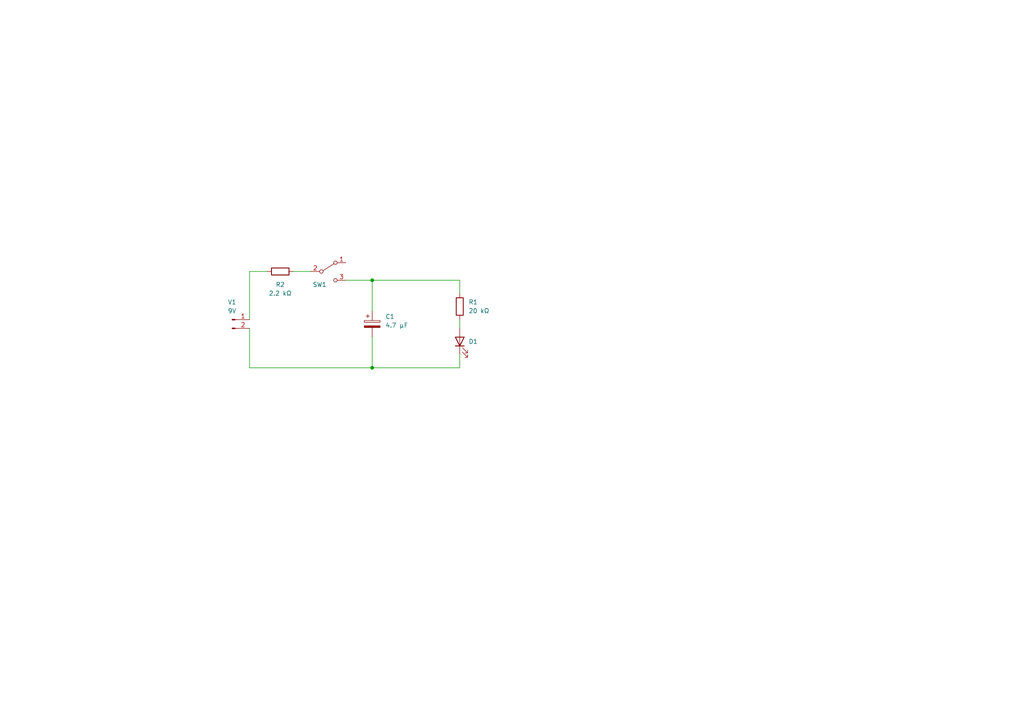
<source format=kicad_sch>
(kicad_sch (version 20211123) (generator eeschema)
  (paper "A4")
  (lib_symbols
    (symbol "Connector:Conn_01x02_Male" (pin_names (offset 1.016) hide)
      (property "Reference" "J" (at 0 2.54 0))
      (property "Value" "Conn_01x02_Male" (at 0 -5.08 0))
      (symbol "Conn_01x02_Male_1_1"
        (polyline (pts (xy 1.27 -2.54) (xy 0.8636 -2.54)) (stroke (width 0.1524)))
        (polyline (pts (xy 1.27 0) (xy 0.8636 0)) (stroke (width 0.1524)))
        (rectangle (start 0.8636 -2.413) (end 0 -2.667) (stroke (width 0.1524)) (fill (type outline)))
        (rectangle (start 0.8636 0.127) (end 0 -0.127) (stroke (width 0.1524)) (fill (type outline)))
        (pin passive line (at 5.08 0 180) (length 3.81) (name "Pin_1") (number "1"))
        (pin passive line (at 5.08 -2.54 180) (length 3.81) (name "Pin_2") (number "2"))
      )
    )
    (symbol "Device:C_Polarized" (pin_numbers hide) (pin_names (offset 0.254))
      (property "Reference" "C" (at 0.635 2.54 0))
      (property "Value" "C_Polarized" (at 0.635 -2.54 0))
      (symbol "C_Polarized_0_1"
        (rectangle (start -2.286 0.508) (end 2.286 1.016))
        (polyline (pts (xy -1.778 2.286) (xy -0.762 2.286)))
        (polyline (pts (xy -1.27 2.794) (xy -1.27 1.778)))
        (rectangle (start 2.286 -0.508) (end -2.286 -1.016) (fill (type outline)))
      )
      (symbol "C_Polarized_1_1"
        (pin passive line (at 0 3.81 270) (length 2.794) (name "~") (number "1"))
        (pin passive line (at 0 -3.81 90) (length 2.794) (name "~") (number "2"))
      )
    )
    (symbol "Device:LED" (pin_numbers hide) (pin_names (offset 1.016) hide)
      (property "Reference" "D" (at 0 2.54 0))
      (property "Value" "LED" (at 0 -2.54 0))
      (symbol "LED_0_1"
        (polyline (pts (xy -1.27 -1.27) (xy -1.27 1.27)) (stroke (width 0.254)))
        (polyline (pts (xy -1.27 0) (xy 1.27 0)))
        (polyline (pts (xy 1.27 -1.27) (xy 1.27 1.27) (xy -1.27 0) (xy 1.27 -1.27)) (stroke (width 0.254)))
        (polyline (pts (xy -3.048 -0.762) (xy -4.572 -2.286) (xy -3.81 -2.286) (xy -4.572 -2.286) (xy -4.572 -1.524)))
        (polyline (pts (xy -1.778 -0.762) (xy -3.302 -2.286) (xy -2.54 -2.286) (xy -3.302 -2.286) (xy -3.302 -1.524)))
      )
      (symbol "LED_1_1"
        (pin passive line (at -3.81 0 0) (length 2.54) (name "K") (number "1"))
        (pin passive line (at 3.81 0 180) (length 2.54) (name "A") (number "2"))
      )
    )
    (symbol "Device:R" (pin_numbers hide) (pin_names (offset 0))
      (property "Reference" "R" (at 2.032 0 90))
      (property "Value" "R" (at 0 0 90))
      (symbol "R_0_1"
        (rectangle (start -1.016 -2.54) (end 1.016 2.54) (stroke (width 0.254)))
      )
      (symbol "R_1_1"
        (pin passive line (at 0 3.81 270) (length 1.27) (name "~") (number "1"))
        (pin passive line (at 0 -3.81 90) (length 1.27) (name "~") (number "2"))
      )
    )
    (symbol "Switch:SW_SPDT" (pin_names (offset 0) hide)
      (property "Reference" "SW" (at 0 4.318 0))
      (property "Value" "SW_SPDT" (at 0 -5.08 0))
      (symbol "SW_SPDT_0_0"
        (circle (center -2.032 0) (radius 0.508))
        (circle (center 2.032 -2.54) (radius 0.508))
      )
      (symbol "SW_SPDT_0_1"
        (polyline (pts (xy -1.524 0.254) (xy 1.651 2.286)))
        (circle (center 2.032 2.54) (radius 0.508))
      )
      (symbol "SW_SPDT_1_1"
        (pin passive line (at 5.08 2.54 180) (length 2.54) (name "A") (number "1"))
        (pin passive line (at -5.08 0 0) (length 2.54) (name "B") (number "2"))
        (pin passive line (at 5.08 -2.54 180) (length 2.54) (name "C") (number "3"))
      )
    )
  )
  (junction (at 107.95 106.68))
  (junction (at 107.95 81.28))
  (wire (pts (xy 72.39 106.68) (xy 107.95 106.68)))
  (wire (pts (xy 100.33 81.28) (xy 107.95 81.28)))
  (wire (pts (xy 107.95 81.28) (xy 107.95 90.17)))
  (wire (pts (xy 85.09 78.74) (xy 90.17 78.74)))
  (wire (pts (xy 133.35 92.71) (xy 133.35 95.25)))
  (wire (pts (xy 107.95 97.79) (xy 107.95 106.68)))
  (wire (pts (xy 133.35 102.87) (xy 133.35 106.68)))
  (wire (pts (xy 107.95 81.28) (xy 133.35 81.28)))
  (wire (pts (xy 72.39 95.25) (xy 72.39 106.68)))
  (wire (pts (xy 133.35 81.28) (xy 133.35 85.09)))
  (wire (pts (xy 107.95 106.68) (xy 133.35 106.68)))
  (wire (pts (xy 72.39 78.74) (xy 72.39 92.71)))
  (wire (pts (xy 72.39 78.74) (xy 77.47 78.74)))
  (symbol (lib_id "Connector:Conn_01x02_Male") (at 67.31 92.71 0) (unit 1)
    (property "Reference" "V1" (at 67.31 87.63 0))
    (property "Value" "9V" (at 67.31 90.17 0))
  )
  (symbol (lib_id "Device:LED") (at 133.35 99.06 90) (unit 1)
    (property "Reference" "D1" (at 135.89 99.06 90) (effects (justify right)))
    (property "Value" "LED" (effects hide))
  )
  (symbol (lib_id "Device:R") (at 81.28 78.74 90) (unit 1)
    (property "Reference" "R2" (at 81.28 82.55 90))
    (property "Value" "2.2 kΩ" (at 81.28 85.09 90))
  )
  (symbol (lib_id "Device:R") (at 133.35 88.9 180) (unit 1)
    (property "Reference" "R1" (at 135.89 87.6299 0) (effects (justify right)))
    (property "Value" "20 kΩ" (at 135.89 90.1699 0) (effects (justify right)))
  )
  (symbol (lib_id "Device:C_Polarized") (at 107.95 93.98 0) (unit 1)
    (property "Reference" "C1" (at 111.76 91.8209 0) (effects (justify left)))
    (property "Value" "4.7 µF" (at 111.76 94.3609 0) (effects (justify left)))
  )
  (symbol (lib_id "Switch:SW_SPDT") (at 95.25 78.74 0) (unit 1)
    (property "Reference" "SW1" (at 92.71 82.55 0))
    (property "Value" "SW_SPDT" (effects hide))
  )
)
</source>
